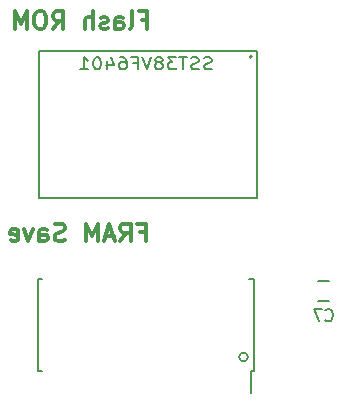
<source format=gbo>
G04 #@! TF.FileFunction,Legend,Bot*
%FSLAX46Y46*%
G04 Gerber Fmt 4.6, Leading zero omitted, Abs format (unit mm)*
G04 Created by KiCad (PCBNEW (after 2015-may-25 BZR unknown)-product) date 17/09/2017 09:43:34*
%MOMM*%
G01*
G04 APERTURE LIST*
%ADD10C,0.100000*%
%ADD11C,0.300000*%
%ADD12C,0.150000*%
%ADD13C,0.200660*%
%ADD14C,0.127000*%
%ADD15C,0.304800*%
G04 APERTURE END LIST*
D10*
D11*
X208550000Y-139242857D02*
X209050000Y-139242857D01*
X209050000Y-140028571D02*
X209050000Y-138528571D01*
X208335714Y-138528571D01*
X206907143Y-140028571D02*
X207407143Y-139314286D01*
X207764286Y-140028571D02*
X207764286Y-138528571D01*
X207192858Y-138528571D01*
X207050000Y-138600000D01*
X206978572Y-138671429D01*
X206907143Y-138814286D01*
X206907143Y-139028571D01*
X206978572Y-139171429D01*
X207050000Y-139242857D01*
X207192858Y-139314286D01*
X207764286Y-139314286D01*
X206335715Y-139600000D02*
X205621429Y-139600000D01*
X206478572Y-140028571D02*
X205978572Y-138528571D01*
X205478572Y-140028571D01*
X204978572Y-140028571D02*
X204978572Y-138528571D01*
X204478572Y-139600000D01*
X203978572Y-138528571D01*
X203978572Y-140028571D01*
X202192858Y-139957143D02*
X201978572Y-140028571D01*
X201621429Y-140028571D01*
X201478572Y-139957143D01*
X201407143Y-139885714D01*
X201335715Y-139742857D01*
X201335715Y-139600000D01*
X201407143Y-139457143D01*
X201478572Y-139385714D01*
X201621429Y-139314286D01*
X201907143Y-139242857D01*
X202050001Y-139171429D01*
X202121429Y-139100000D01*
X202192858Y-138957143D01*
X202192858Y-138814286D01*
X202121429Y-138671429D01*
X202050001Y-138600000D01*
X201907143Y-138528571D01*
X201550001Y-138528571D01*
X201335715Y-138600000D01*
X200050001Y-140028571D02*
X200050001Y-139242857D01*
X200121430Y-139100000D01*
X200264287Y-139028571D01*
X200550001Y-139028571D01*
X200692858Y-139100000D01*
X200050001Y-139957143D02*
X200192858Y-140028571D01*
X200550001Y-140028571D01*
X200692858Y-139957143D01*
X200764287Y-139814286D01*
X200764287Y-139671429D01*
X200692858Y-139528571D01*
X200550001Y-139457143D01*
X200192858Y-139457143D01*
X200050001Y-139385714D01*
X199478572Y-139028571D02*
X199121429Y-140028571D01*
X198764287Y-139028571D01*
X197621430Y-139957143D02*
X197764287Y-140028571D01*
X198050001Y-140028571D01*
X198192858Y-139957143D01*
X198264287Y-139814286D01*
X198264287Y-139242857D01*
X198192858Y-139100000D01*
X198050001Y-139028571D01*
X197764287Y-139028571D01*
X197621430Y-139100000D01*
X197550001Y-139242857D01*
X197550001Y-139385714D01*
X198264287Y-139528571D01*
X208695715Y-121262857D02*
X209195715Y-121262857D01*
X209195715Y-122048571D02*
X209195715Y-120548571D01*
X208481429Y-120548571D01*
X207695715Y-122048571D02*
X207838573Y-121977143D01*
X207910001Y-121834286D01*
X207910001Y-120548571D01*
X206481430Y-122048571D02*
X206481430Y-121262857D01*
X206552859Y-121120000D01*
X206695716Y-121048571D01*
X206981430Y-121048571D01*
X207124287Y-121120000D01*
X206481430Y-121977143D02*
X206624287Y-122048571D01*
X206981430Y-122048571D01*
X207124287Y-121977143D01*
X207195716Y-121834286D01*
X207195716Y-121691429D01*
X207124287Y-121548571D01*
X206981430Y-121477143D01*
X206624287Y-121477143D01*
X206481430Y-121405714D01*
X205838573Y-121977143D02*
X205695716Y-122048571D01*
X205410001Y-122048571D01*
X205267144Y-121977143D01*
X205195716Y-121834286D01*
X205195716Y-121762857D01*
X205267144Y-121620000D01*
X205410001Y-121548571D01*
X205624287Y-121548571D01*
X205767144Y-121477143D01*
X205838573Y-121334286D01*
X205838573Y-121262857D01*
X205767144Y-121120000D01*
X205624287Y-121048571D01*
X205410001Y-121048571D01*
X205267144Y-121120000D01*
X204552858Y-122048571D02*
X204552858Y-120548571D01*
X203910001Y-122048571D02*
X203910001Y-121262857D01*
X203981430Y-121120000D01*
X204124287Y-121048571D01*
X204338572Y-121048571D01*
X204481430Y-121120000D01*
X204552858Y-121191429D01*
X201195715Y-122048571D02*
X201695715Y-121334286D01*
X202052858Y-122048571D02*
X202052858Y-120548571D01*
X201481430Y-120548571D01*
X201338572Y-120620000D01*
X201267144Y-120691429D01*
X201195715Y-120834286D01*
X201195715Y-121048571D01*
X201267144Y-121191429D01*
X201338572Y-121262857D01*
X201481430Y-121334286D01*
X202052858Y-121334286D01*
X200267144Y-120548571D02*
X199981430Y-120548571D01*
X199838572Y-120620000D01*
X199695715Y-120762857D01*
X199624287Y-121048571D01*
X199624287Y-121548571D01*
X199695715Y-121834286D01*
X199838572Y-121977143D01*
X199981430Y-122048571D01*
X200267144Y-122048571D01*
X200410001Y-121977143D01*
X200552858Y-121834286D01*
X200624287Y-121548571D01*
X200624287Y-121048571D01*
X200552858Y-120762857D01*
X200410001Y-120620000D01*
X200267144Y-120548571D01*
X198981429Y-122048571D02*
X198981429Y-120548571D01*
X198481429Y-121620000D01*
X197981429Y-120548571D01*
X197981429Y-122048571D01*
D12*
X224600000Y-145080000D02*
X223600000Y-145080000D01*
X223600000Y-143380000D02*
X224600000Y-143380000D01*
X217696724Y-149822400D02*
G75*
G03X217696724Y-149822400I-366324J0D01*
G01*
X218175000Y-151005000D02*
X217925000Y-151005000D01*
X218175000Y-143255000D02*
X217830000Y-143255000D01*
X199925000Y-143255000D02*
X200270000Y-143255000D01*
X199925000Y-151005000D02*
X200270000Y-151005000D01*
X218175000Y-151005000D02*
X218175000Y-143255000D01*
X199925000Y-151005000D02*
X199925000Y-143255000D01*
X217925000Y-151005000D02*
X217925000Y-152830000D01*
D13*
X218043760Y-124390380D02*
G75*
G03X218043760Y-124390380I-101600J0D01*
G01*
X218442540Y-123890000D02*
X218442540Y-136389340D01*
X218442540Y-136389340D02*
X200042780Y-136389340D01*
X200042780Y-136389340D02*
X200042780Y-123890000D01*
X200042780Y-123890000D02*
X218442540Y-123890000D01*
D12*
X224266666Y-146687143D02*
X224314285Y-146734762D01*
X224457142Y-146782381D01*
X224552380Y-146782381D01*
X224695238Y-146734762D01*
X224790476Y-146639524D01*
X224838095Y-146544286D01*
X224885714Y-146353810D01*
X224885714Y-146210952D01*
X224838095Y-146020476D01*
X224790476Y-145925238D01*
X224695238Y-145830000D01*
X224552380Y-145782381D01*
X224457142Y-145782381D01*
X224314285Y-145830000D01*
X224266666Y-145877619D01*
X223933333Y-145782381D02*
X223266666Y-145782381D01*
X223695238Y-146782381D01*
D14*
X214626712Y-125411238D02*
X214463426Y-125459619D01*
X214191283Y-125459619D01*
X214082426Y-125411238D01*
X214027997Y-125362857D01*
X213973569Y-125266095D01*
X213973569Y-125169333D01*
X214027997Y-125072571D01*
X214082426Y-125024190D01*
X214191283Y-124975810D01*
X214408997Y-124927429D01*
X214517855Y-124879048D01*
X214572283Y-124830667D01*
X214626712Y-124733905D01*
X214626712Y-124637143D01*
X214572283Y-124540381D01*
X214517855Y-124492000D01*
X214408997Y-124443619D01*
X214136855Y-124443619D01*
X213973569Y-124492000D01*
X213538141Y-125411238D02*
X213374855Y-125459619D01*
X213102712Y-125459619D01*
X212993855Y-125411238D01*
X212939426Y-125362857D01*
X212884998Y-125266095D01*
X212884998Y-125169333D01*
X212939426Y-125072571D01*
X212993855Y-125024190D01*
X213102712Y-124975810D01*
X213320426Y-124927429D01*
X213429284Y-124879048D01*
X213483712Y-124830667D01*
X213538141Y-124733905D01*
X213538141Y-124637143D01*
X213483712Y-124540381D01*
X213429284Y-124492000D01*
X213320426Y-124443619D01*
X213048284Y-124443619D01*
X212884998Y-124492000D01*
X212558427Y-124443619D02*
X211905284Y-124443619D01*
X212231855Y-125459619D02*
X212231855Y-124443619D01*
X211633141Y-124443619D02*
X210925570Y-124443619D01*
X211306570Y-124830667D01*
X211143284Y-124830667D01*
X211034427Y-124879048D01*
X210979998Y-124927429D01*
X210925570Y-125024190D01*
X210925570Y-125266095D01*
X210979998Y-125362857D01*
X211034427Y-125411238D01*
X211143284Y-125459619D01*
X211469856Y-125459619D01*
X211578713Y-125411238D01*
X211633141Y-125362857D01*
X210272427Y-124879048D02*
X210381285Y-124830667D01*
X210435713Y-124782286D01*
X210490142Y-124685524D01*
X210490142Y-124637143D01*
X210435713Y-124540381D01*
X210381285Y-124492000D01*
X210272427Y-124443619D01*
X210054713Y-124443619D01*
X209945856Y-124492000D01*
X209891427Y-124540381D01*
X209836999Y-124637143D01*
X209836999Y-124685524D01*
X209891427Y-124782286D01*
X209945856Y-124830667D01*
X210054713Y-124879048D01*
X210272427Y-124879048D01*
X210381285Y-124927429D01*
X210435713Y-124975810D01*
X210490142Y-125072571D01*
X210490142Y-125266095D01*
X210435713Y-125362857D01*
X210381285Y-125411238D01*
X210272427Y-125459619D01*
X210054713Y-125459619D01*
X209945856Y-125411238D01*
X209891427Y-125362857D01*
X209836999Y-125266095D01*
X209836999Y-125072571D01*
X209891427Y-124975810D01*
X209945856Y-124927429D01*
X210054713Y-124879048D01*
X209510428Y-124443619D02*
X209129428Y-125459619D01*
X208748428Y-124443619D01*
X207986428Y-124927429D02*
X208367428Y-124927429D01*
X208367428Y-125459619D02*
X208367428Y-124443619D01*
X207823142Y-124443619D01*
X206897857Y-124443619D02*
X207115571Y-124443619D01*
X207224428Y-124492000D01*
X207278857Y-124540381D01*
X207387714Y-124685524D01*
X207442143Y-124879048D01*
X207442143Y-125266095D01*
X207387714Y-125362857D01*
X207333286Y-125411238D01*
X207224428Y-125459619D01*
X207006714Y-125459619D01*
X206897857Y-125411238D01*
X206843428Y-125362857D01*
X206789000Y-125266095D01*
X206789000Y-125024190D01*
X206843428Y-124927429D01*
X206897857Y-124879048D01*
X207006714Y-124830667D01*
X207224428Y-124830667D01*
X207333286Y-124879048D01*
X207387714Y-124927429D01*
X207442143Y-125024190D01*
X205809286Y-124782286D02*
X205809286Y-125459619D01*
X206081429Y-124395238D02*
X206353572Y-125120952D01*
X205646000Y-125120952D01*
X204992858Y-124443619D02*
X204884001Y-124443619D01*
X204775144Y-124492000D01*
X204720715Y-124540381D01*
X204666286Y-124637143D01*
X204611858Y-124830667D01*
X204611858Y-125072571D01*
X204666286Y-125266095D01*
X204720715Y-125362857D01*
X204775144Y-125411238D01*
X204884001Y-125459619D01*
X204992858Y-125459619D01*
X205101715Y-125411238D01*
X205156144Y-125362857D01*
X205210572Y-125266095D01*
X205265001Y-125072571D01*
X205265001Y-124830667D01*
X205210572Y-124637143D01*
X205156144Y-124540381D01*
X205101715Y-124492000D01*
X204992858Y-124443619D01*
X203523287Y-125459619D02*
X204176430Y-125459619D01*
X203849858Y-125459619D02*
X203849858Y-124443619D01*
X203958715Y-124588762D01*
X204067573Y-124685524D01*
X204176430Y-124733905D01*
D15*
M02*

</source>
